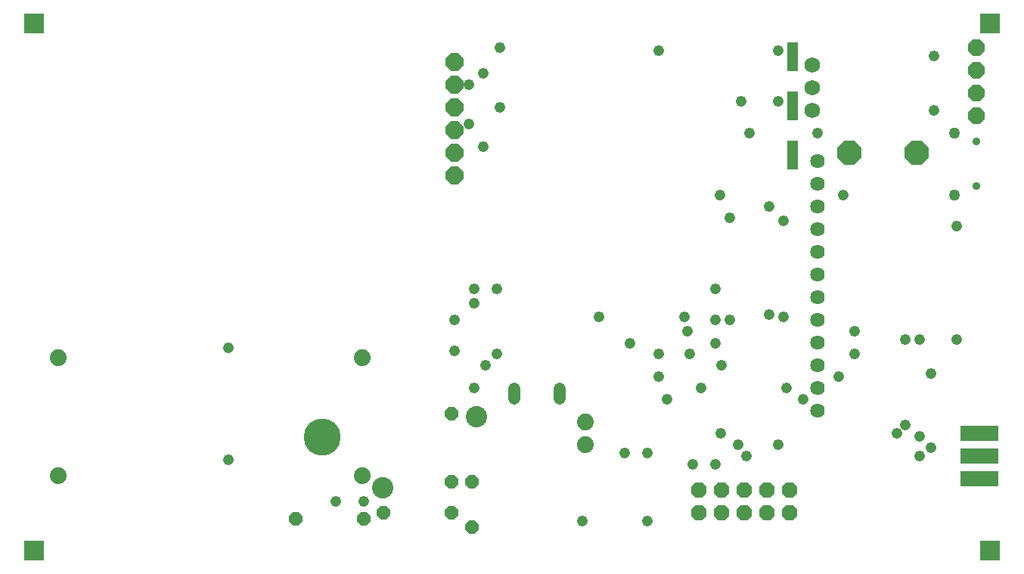
<source format=gts>
G75*
G70*
%OFA0B0*%
%FSLAX24Y24*%
%IPPOS*%
%LPD*%
%AMOC8*
5,1,8,0,0,1.08239X$1,22.5*
%
%ADD10R,0.1680X0.0680*%
%ADD11C,0.0520*%
%ADD12OC8,0.0680*%
%ADD13C,0.0740*%
%ADD14C,0.0680*%
%ADD15OC8,0.0740*%
%ADD16OC8,0.0600*%
%ADD17R,0.0474X0.1261*%
%ADD18C,0.0940*%
%ADD19C,0.1630*%
%ADD20OC8,0.0780*%
%ADD21C,0.0640*%
%ADD22C,0.0350*%
%ADD23C,0.0500*%
%ADD24OC8,0.1080*%
%ADD25R,0.0867X0.0867*%
%ADD26C,0.0476*%
D10*
X042632Y007572D03*
X042632Y008572D03*
X042632Y009572D03*
D11*
X024132Y011102D02*
X024132Y011542D01*
X022132Y011542D02*
X022132Y011102D01*
D12*
X030257Y007072D03*
X031257Y007072D03*
X032257Y007072D03*
X033257Y007072D03*
X034257Y007072D03*
X034257Y006072D03*
X033257Y006072D03*
X032257Y006072D03*
X031257Y006072D03*
X030257Y006072D03*
D13*
X025257Y009072D03*
X025257Y010072D03*
X015436Y007716D03*
X015436Y012924D03*
X002044Y012924D03*
X002044Y007716D03*
D14*
X035257Y023822D03*
X035257Y024822D03*
X035257Y025822D03*
D15*
X042507Y025572D03*
X042507Y024572D03*
X042507Y023572D03*
X042507Y026572D03*
D16*
X019382Y010447D03*
X019382Y007447D03*
X020257Y007447D03*
X019382Y006072D03*
X020257Y005447D03*
X016382Y006072D03*
X015507Y005822D03*
X012507Y005822D03*
D17*
X034411Y021840D03*
X034411Y024005D03*
X034411Y026170D03*
D18*
X020452Y010323D03*
X016318Y007170D03*
D19*
X013678Y009399D03*
D20*
X019507Y020947D03*
X019507Y021947D03*
X019507Y022947D03*
X019507Y023947D03*
X019507Y024947D03*
X019507Y025947D03*
D21*
X035507Y021572D03*
X035507Y020572D03*
X035507Y019572D03*
X035507Y018572D03*
X035507Y017572D03*
X035507Y016572D03*
X035507Y015572D03*
X035507Y014572D03*
X035507Y013572D03*
X035507Y012572D03*
X035507Y011572D03*
X035507Y010572D03*
D22*
X042507Y020463D03*
X042507Y022432D03*
D23*
X041523Y022825D03*
X041523Y020069D03*
D24*
X039862Y021947D03*
X036902Y021947D03*
D25*
X000974Y004415D03*
X000974Y027643D03*
X043100Y027643D03*
X043100Y004415D03*
D26*
X040007Y008572D03*
X040507Y008947D03*
X040007Y009447D03*
X039382Y009947D03*
X039007Y009572D03*
X036444Y012072D03*
X037132Y013072D03*
X037132Y014072D03*
X039382Y013697D03*
X040007Y013697D03*
X041632Y013697D03*
X040507Y012197D03*
X034882Y011072D03*
X034132Y011572D03*
X031257Y012572D03*
X031007Y013550D03*
X029882Y013072D03*
X029757Y014072D03*
X029632Y014697D03*
X031007Y014572D03*
X031632Y014572D03*
X033382Y014822D03*
X034007Y014697D03*
X031007Y015947D03*
X027234Y013550D03*
X028507Y013072D03*
X028507Y012072D03*
X028882Y011072D03*
X030382Y011572D03*
X031239Y009572D03*
X032007Y009072D03*
X032382Y008572D03*
X031007Y008197D03*
X030007Y008197D03*
X028007Y008697D03*
X027007Y008697D03*
X028007Y005697D03*
X025132Y005697D03*
X033757Y009072D03*
X025882Y014697D03*
X021382Y015947D03*
X020382Y015947D03*
X020382Y015322D03*
X019507Y014572D03*
X019507Y013197D03*
X020882Y012572D03*
X021382Y013072D03*
X020382Y011572D03*
X015507Y006572D03*
X014257Y006572D03*
X009547Y008413D03*
X009547Y013350D03*
X020757Y022197D03*
X020132Y023197D03*
X021507Y023947D03*
X020132Y024947D03*
X020757Y025447D03*
X021507Y026572D03*
X028507Y026447D03*
X032132Y024197D03*
X033757Y024197D03*
X032507Y022822D03*
X035507Y022822D03*
X036632Y020072D03*
X034007Y018947D03*
X033382Y019572D03*
X031632Y019072D03*
X031199Y020072D03*
X040632Y023822D03*
X040632Y026197D03*
X033757Y026447D03*
X041632Y018697D03*
M02*

</source>
